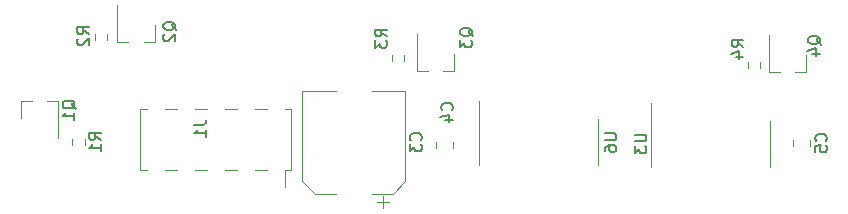
<source format=gbr>
%TF.GenerationSoftware,KiCad,Pcbnew,6.0.2+dfsg-1*%
%TF.CreationDate,2023-04-16T00:57:55+03:00*%
%TF.ProjectId,clock,636c6f63-6b2e-46b6-9963-61645f706362,rev?*%
%TF.SameCoordinates,Original*%
%TF.FileFunction,Legend,Bot*%
%TF.FilePolarity,Positive*%
%FSLAX46Y46*%
G04 Gerber Fmt 4.6, Leading zero omitted, Abs format (unit mm)*
G04 Created by KiCad (PCBNEW 6.0.2+dfsg-1) date 2023-04-16 00:57:55*
%MOMM*%
%LPD*%
G01*
G04 APERTURE LIST*
%ADD10C,0.150000*%
%ADD11C,0.120000*%
G04 APERTURE END LIST*
D10*
%TO.C,C4*%
X149597142Y-98703333D02*
X149644761Y-98655714D01*
X149692380Y-98512857D01*
X149692380Y-98417619D01*
X149644761Y-98274761D01*
X149549523Y-98179523D01*
X149454285Y-98131904D01*
X149263809Y-98084285D01*
X149120952Y-98084285D01*
X148930476Y-98131904D01*
X148835238Y-98179523D01*
X148740000Y-98274761D01*
X148692380Y-98417619D01*
X148692380Y-98512857D01*
X148740000Y-98655714D01*
X148787619Y-98703333D01*
X149025714Y-99560476D02*
X149692380Y-99560476D01*
X148644761Y-99322380D02*
X149359047Y-99084285D01*
X149359047Y-99703333D01*
%TO.C,J1*%
X127802380Y-99956666D02*
X128516666Y-99956666D01*
X128659523Y-99909047D01*
X128754761Y-99813809D01*
X128802380Y-99670952D01*
X128802380Y-99575714D01*
X128802380Y-100956666D02*
X128802380Y-100385238D01*
X128802380Y-100670952D02*
X127802380Y-100670952D01*
X127945238Y-100575714D01*
X128040476Y-100480476D01*
X128088095Y-100385238D01*
%TO.C,R2*%
X118872380Y-92273333D02*
X118396190Y-91940000D01*
X118872380Y-91701904D02*
X117872380Y-91701904D01*
X117872380Y-92082857D01*
X117920000Y-92178095D01*
X117967619Y-92225714D01*
X118062857Y-92273333D01*
X118205714Y-92273333D01*
X118300952Y-92225714D01*
X118348571Y-92178095D01*
X118396190Y-92082857D01*
X118396190Y-91701904D01*
X117967619Y-92654285D02*
X117920000Y-92701904D01*
X117872380Y-92797142D01*
X117872380Y-93035238D01*
X117920000Y-93130476D01*
X117967619Y-93178095D01*
X118062857Y-93225714D01*
X118158095Y-93225714D01*
X118300952Y-93178095D01*
X118872380Y-92606666D01*
X118872380Y-93225714D01*
%TO.C,U3*%
X165077380Y-100775595D02*
X165886904Y-100775595D01*
X165982142Y-100823214D01*
X166029761Y-100870833D01*
X166077380Y-100966071D01*
X166077380Y-101156547D01*
X166029761Y-101251785D01*
X165982142Y-101299404D01*
X165886904Y-101347023D01*
X165077380Y-101347023D01*
X165077380Y-101727976D02*
X165077380Y-102347023D01*
X165458333Y-102013690D01*
X165458333Y-102156547D01*
X165505952Y-102251785D01*
X165553571Y-102299404D01*
X165648809Y-102347023D01*
X165886904Y-102347023D01*
X165982142Y-102299404D01*
X166029761Y-102251785D01*
X166077380Y-102156547D01*
X166077380Y-101870833D01*
X166029761Y-101775595D01*
X165982142Y-101727976D01*
%TO.C,Q1*%
X117747619Y-98604761D02*
X117700000Y-98509523D01*
X117604761Y-98414285D01*
X117461904Y-98271428D01*
X117414285Y-98176190D01*
X117414285Y-98080952D01*
X117652380Y-98128571D02*
X117604761Y-98033333D01*
X117509523Y-97938095D01*
X117319047Y-97890476D01*
X116985714Y-97890476D01*
X116795238Y-97938095D01*
X116700000Y-98033333D01*
X116652380Y-98128571D01*
X116652380Y-98319047D01*
X116700000Y-98414285D01*
X116795238Y-98509523D01*
X116985714Y-98557142D01*
X117319047Y-98557142D01*
X117509523Y-98509523D01*
X117604761Y-98414285D01*
X117652380Y-98319047D01*
X117652380Y-98128571D01*
X117652380Y-99509523D02*
X117652380Y-98938095D01*
X117652380Y-99223809D02*
X116652380Y-99223809D01*
X116795238Y-99128571D01*
X116890476Y-99033333D01*
X116938095Y-98938095D01*
%TO.C,Q3*%
X151377619Y-92464761D02*
X151330000Y-92369523D01*
X151234761Y-92274285D01*
X151091904Y-92131428D01*
X151044285Y-92036190D01*
X151044285Y-91940952D01*
X151282380Y-91988571D02*
X151234761Y-91893333D01*
X151139523Y-91798095D01*
X150949047Y-91750476D01*
X150615714Y-91750476D01*
X150425238Y-91798095D01*
X150330000Y-91893333D01*
X150282380Y-91988571D01*
X150282380Y-92179047D01*
X150330000Y-92274285D01*
X150425238Y-92369523D01*
X150615714Y-92417142D01*
X150949047Y-92417142D01*
X151139523Y-92369523D01*
X151234761Y-92274285D01*
X151282380Y-92179047D01*
X151282380Y-91988571D01*
X150282380Y-92750476D02*
X150282380Y-93369523D01*
X150663333Y-93036190D01*
X150663333Y-93179047D01*
X150710952Y-93274285D01*
X150758571Y-93321904D01*
X150853809Y-93369523D01*
X151091904Y-93369523D01*
X151187142Y-93321904D01*
X151234761Y-93274285D01*
X151282380Y-93179047D01*
X151282380Y-92893333D01*
X151234761Y-92798095D01*
X151187142Y-92750476D01*
%TO.C,Q2*%
X126257619Y-91954761D02*
X126210000Y-91859523D01*
X126114761Y-91764285D01*
X125971904Y-91621428D01*
X125924285Y-91526190D01*
X125924285Y-91430952D01*
X126162380Y-91478571D02*
X126114761Y-91383333D01*
X126019523Y-91288095D01*
X125829047Y-91240476D01*
X125495714Y-91240476D01*
X125305238Y-91288095D01*
X125210000Y-91383333D01*
X125162380Y-91478571D01*
X125162380Y-91669047D01*
X125210000Y-91764285D01*
X125305238Y-91859523D01*
X125495714Y-91907142D01*
X125829047Y-91907142D01*
X126019523Y-91859523D01*
X126114761Y-91764285D01*
X126162380Y-91669047D01*
X126162380Y-91478571D01*
X125257619Y-92288095D02*
X125210000Y-92335714D01*
X125162380Y-92430952D01*
X125162380Y-92669047D01*
X125210000Y-92764285D01*
X125257619Y-92811904D01*
X125352857Y-92859523D01*
X125448095Y-92859523D01*
X125590952Y-92811904D01*
X126162380Y-92240476D01*
X126162380Y-92859523D01*
%TO.C,R3*%
X144102380Y-92463333D02*
X143626190Y-92130000D01*
X144102380Y-91891904D02*
X143102380Y-91891904D01*
X143102380Y-92272857D01*
X143150000Y-92368095D01*
X143197619Y-92415714D01*
X143292857Y-92463333D01*
X143435714Y-92463333D01*
X143530952Y-92415714D01*
X143578571Y-92368095D01*
X143626190Y-92272857D01*
X143626190Y-91891904D01*
X143102380Y-92796666D02*
X143102380Y-93415714D01*
X143483333Y-93082380D01*
X143483333Y-93225238D01*
X143530952Y-93320476D01*
X143578571Y-93368095D01*
X143673809Y-93415714D01*
X143911904Y-93415714D01*
X144007142Y-93368095D01*
X144054761Y-93320476D01*
X144102380Y-93225238D01*
X144102380Y-92939523D01*
X144054761Y-92844285D01*
X144007142Y-92796666D01*
%TO.C,C5*%
X181262142Y-101308333D02*
X181309761Y-101260714D01*
X181357380Y-101117857D01*
X181357380Y-101022619D01*
X181309761Y-100879761D01*
X181214523Y-100784523D01*
X181119285Y-100736904D01*
X180928809Y-100689285D01*
X180785952Y-100689285D01*
X180595476Y-100736904D01*
X180500238Y-100784523D01*
X180405000Y-100879761D01*
X180357380Y-101022619D01*
X180357380Y-101117857D01*
X180405000Y-101260714D01*
X180452619Y-101308333D01*
X180357380Y-102213095D02*
X180357380Y-101736904D01*
X180833571Y-101689285D01*
X180785952Y-101736904D01*
X180738333Y-101832142D01*
X180738333Y-102070238D01*
X180785952Y-102165476D01*
X180833571Y-102213095D01*
X180928809Y-102260714D01*
X181166904Y-102260714D01*
X181262142Y-102213095D01*
X181309761Y-102165476D01*
X181357380Y-102070238D01*
X181357380Y-101832142D01*
X181309761Y-101736904D01*
X181262142Y-101689285D01*
%TO.C,C3*%
X146957142Y-101233333D02*
X147004761Y-101185714D01*
X147052380Y-101042857D01*
X147052380Y-100947619D01*
X147004761Y-100804761D01*
X146909523Y-100709523D01*
X146814285Y-100661904D01*
X146623809Y-100614285D01*
X146480952Y-100614285D01*
X146290476Y-100661904D01*
X146195238Y-100709523D01*
X146100000Y-100804761D01*
X146052380Y-100947619D01*
X146052380Y-101042857D01*
X146100000Y-101185714D01*
X146147619Y-101233333D01*
X146052380Y-101566666D02*
X146052380Y-102185714D01*
X146433333Y-101852380D01*
X146433333Y-101995238D01*
X146480952Y-102090476D01*
X146528571Y-102138095D01*
X146623809Y-102185714D01*
X146861904Y-102185714D01*
X146957142Y-102138095D01*
X147004761Y-102090476D01*
X147052380Y-101995238D01*
X147052380Y-101709523D01*
X147004761Y-101614285D01*
X146957142Y-101566666D01*
%TO.C,U6*%
X162542380Y-100668095D02*
X163351904Y-100668095D01*
X163447142Y-100715714D01*
X163494761Y-100763333D01*
X163542380Y-100858571D01*
X163542380Y-101049047D01*
X163494761Y-101144285D01*
X163447142Y-101191904D01*
X163351904Y-101239523D01*
X162542380Y-101239523D01*
X162542380Y-102144285D02*
X162542380Y-101953809D01*
X162590000Y-101858571D01*
X162637619Y-101810952D01*
X162780476Y-101715714D01*
X162970952Y-101668095D01*
X163351904Y-101668095D01*
X163447142Y-101715714D01*
X163494761Y-101763333D01*
X163542380Y-101858571D01*
X163542380Y-102049047D01*
X163494761Y-102144285D01*
X163447142Y-102191904D01*
X163351904Y-102239523D01*
X163113809Y-102239523D01*
X163018571Y-102191904D01*
X162970952Y-102144285D01*
X162923333Y-102049047D01*
X162923333Y-101858571D01*
X162970952Y-101763333D01*
X163018571Y-101715714D01*
X163113809Y-101668095D01*
%TO.C,Q4*%
X180847619Y-93144761D02*
X180800000Y-93049523D01*
X180704761Y-92954285D01*
X180561904Y-92811428D01*
X180514285Y-92716190D01*
X180514285Y-92620952D01*
X180752380Y-92668571D02*
X180704761Y-92573333D01*
X180609523Y-92478095D01*
X180419047Y-92430476D01*
X180085714Y-92430476D01*
X179895238Y-92478095D01*
X179800000Y-92573333D01*
X179752380Y-92668571D01*
X179752380Y-92859047D01*
X179800000Y-92954285D01*
X179895238Y-93049523D01*
X180085714Y-93097142D01*
X180419047Y-93097142D01*
X180609523Y-93049523D01*
X180704761Y-92954285D01*
X180752380Y-92859047D01*
X180752380Y-92668571D01*
X180085714Y-93954285D02*
X180752380Y-93954285D01*
X179704761Y-93716190D02*
X180419047Y-93478095D01*
X180419047Y-94097142D01*
%TO.C,R1*%
X119882380Y-101220833D02*
X119406190Y-100887500D01*
X119882380Y-100649404D02*
X118882380Y-100649404D01*
X118882380Y-101030357D01*
X118930000Y-101125595D01*
X118977619Y-101173214D01*
X119072857Y-101220833D01*
X119215714Y-101220833D01*
X119310952Y-101173214D01*
X119358571Y-101125595D01*
X119406190Y-101030357D01*
X119406190Y-100649404D01*
X119882380Y-102173214D02*
X119882380Y-101601785D01*
X119882380Y-101887500D02*
X118882380Y-101887500D01*
X119025238Y-101792261D01*
X119120476Y-101697023D01*
X119168095Y-101601785D01*
%TO.C,R4*%
X174292380Y-93343333D02*
X173816190Y-93010000D01*
X174292380Y-92771904D02*
X173292380Y-92771904D01*
X173292380Y-93152857D01*
X173340000Y-93248095D01*
X173387619Y-93295714D01*
X173482857Y-93343333D01*
X173625714Y-93343333D01*
X173720952Y-93295714D01*
X173768571Y-93248095D01*
X173816190Y-93152857D01*
X173816190Y-92771904D01*
X173625714Y-94200476D02*
X174292380Y-94200476D01*
X173244761Y-93962380D02*
X173959047Y-93724285D01*
X173959047Y-94343333D01*
D11*
%TO.C,C4*%
X149735000Y-101923752D02*
X149735000Y-101401248D01*
X148265000Y-101923752D02*
X148265000Y-101401248D01*
%TO.C,J1*%
X133920000Y-98600000D02*
X132900000Y-98600000D01*
X128840000Y-103800000D02*
X127820000Y-103800000D01*
X131380000Y-98600000D02*
X130360000Y-98600000D01*
X135440000Y-105240000D02*
X135440000Y-103800000D01*
X131380000Y-103800000D02*
X130360000Y-103800000D01*
X123760000Y-98600000D02*
X123190000Y-98600000D01*
X123760000Y-103800000D02*
X123190000Y-103800000D01*
X136010000Y-103800000D02*
X135440000Y-103800000D01*
X136010000Y-98600000D02*
X135440000Y-98600000D01*
X136010000Y-103800000D02*
X136010000Y-98600000D01*
X126300000Y-98600000D02*
X125280000Y-98600000D01*
X123190000Y-103800000D02*
X123190000Y-98600000D01*
X126300000Y-103800000D02*
X125280000Y-103800000D01*
X128840000Y-98600000D02*
X127820000Y-98600000D01*
X133920000Y-103800000D02*
X132900000Y-103800000D01*
%TO.C,R2*%
X120422500Y-92797224D02*
X120422500Y-92287776D01*
X119377500Y-92797224D02*
X119377500Y-92287776D01*
%TO.C,U3*%
X176585000Y-101537500D02*
X176585000Y-103487500D01*
X166465000Y-101537500D02*
X166465000Y-103487500D01*
X176585000Y-101537500D02*
X176585000Y-99587500D01*
X166465000Y-101537500D02*
X166465000Y-98087500D01*
%TO.C,Q1*%
X113120000Y-97940000D02*
X113120000Y-99400000D01*
X116280000Y-97940000D02*
X115350000Y-97940000D01*
X113120000Y-97940000D02*
X114050000Y-97940000D01*
X116280000Y-97940000D02*
X116280000Y-101100000D01*
%TO.C,Q3*%
X149780000Y-95400000D02*
X148850000Y-95400000D01*
X146620000Y-95400000D02*
X146620000Y-92240000D01*
X149780000Y-95400000D02*
X149780000Y-93940000D01*
X146620000Y-95400000D02*
X147550000Y-95400000D01*
%TO.C,Q2*%
X121280000Y-92970000D02*
X122210000Y-92970000D01*
X121280000Y-92970000D02*
X121280000Y-89810000D01*
X124440000Y-92970000D02*
X124440000Y-91510000D01*
X124440000Y-92970000D02*
X123510000Y-92970000D01*
%TO.C,R3*%
X145572500Y-94564724D02*
X145572500Y-94055276D01*
X144527500Y-94564724D02*
X144527500Y-94055276D01*
%TO.C,C5*%
X178490000Y-101736252D02*
X178490000Y-101213748D01*
X179960000Y-101736252D02*
X179960000Y-101213748D01*
%TO.C,C3*%
X136940000Y-104695563D02*
X136940000Y-97040000D01*
X144595563Y-105760000D02*
X145660000Y-104695563D01*
X145660000Y-104695563D02*
X145660000Y-97040000D01*
X143810000Y-107000000D02*
X143810000Y-106000000D01*
X144310000Y-106500000D02*
X143310000Y-106500000D01*
X138004437Y-105760000D02*
X136940000Y-104695563D01*
X136940000Y-97040000D02*
X139790000Y-97040000D01*
X138004437Y-105760000D02*
X139790000Y-105760000D01*
X144595563Y-105760000D02*
X142810000Y-105760000D01*
X145660000Y-97040000D02*
X142810000Y-97040000D01*
%TO.C,U6*%
X161985000Y-101375000D02*
X161985000Y-103325000D01*
X151865000Y-101375000D02*
X151865000Y-97925000D01*
X161985000Y-101375000D02*
X161985000Y-99425000D01*
X151865000Y-101375000D02*
X151865000Y-103325000D01*
%TO.C,Q4*%
X176420000Y-95460000D02*
X177350000Y-95460000D01*
X179580000Y-95460000D02*
X179580000Y-94000000D01*
X176420000Y-95460000D02*
X176420000Y-92300000D01*
X179580000Y-95460000D02*
X178650000Y-95460000D01*
%TO.C,R1*%
X117477500Y-101642224D02*
X117477500Y-101132776D01*
X118522500Y-101642224D02*
X118522500Y-101132776D01*
%TO.C,R4*%
X174677500Y-95154724D02*
X174677500Y-94645276D01*
X175722500Y-95154724D02*
X175722500Y-94645276D01*
%TD*%
M02*

</source>
